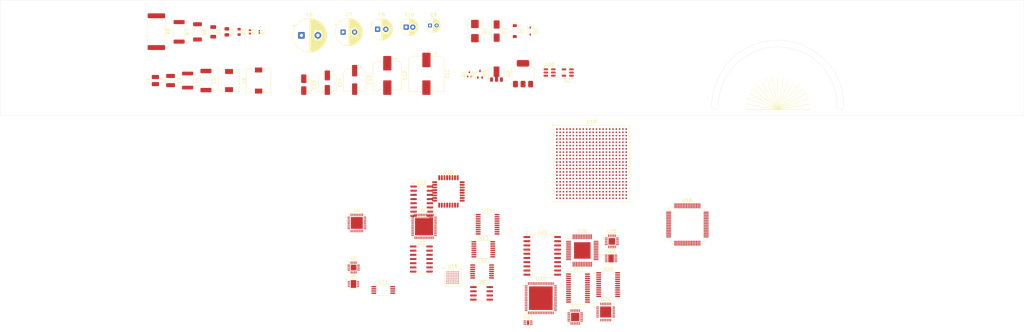
<source format=kicad_pcb>
(kicad_pcb (version 20241229) (generator "pcbnew") (generator_version "9.0")
  (layers (0 "F.Cu" signal) (2 "B.Cu" signal) (13 "F.Paste" user) (15 "B.Paste" user) (5 "F.SilkS" user "F.Silkscreen") (7 "B.SilkS" user "B.Silkscreen") (1 "F.Mask" user) (3 "B.Mask" user) (25 "Edge.Cuts" user))
  (net 0 "")
  (net 44 "Net-(U4-V--Pad6)")
  (net 73 "Net-(U6-AGND-Pad18)")
  (net 140 "Net-(U11-GND-Pad1)")
  (net 164 "Net-(U14-IS--Pad1)")
  (net 169 "Net-(U14-IS+-Pad18)")
  (net 171 "Net-(U14-GND-Pad15)")
  (net 223 "Net-(U16-AGND-Pad2)")
  (net 233 "Net-(U16-REFGND-Pad43)")
  (net 271 "Net-(U17A-VA--Pad15)")
  (net 279 "Net-(U17A-VA+-Pad10)")
  (net 290 "Net-(U18-VSS-PadC2)")
  (net 350 "Net-(U19F-VDD-PadAA17)")
  (net 355 "Net-(U19F-VSS-PadA1)")
  (net 367 "Net-(U19F-DDR_VDDQ-PadG7)")
  (net 393 "Net-(U19F-DDR_VDDPLL-PadL9)")
  (net 457 "Net-(U19F-IVDD-PadK16)")
  (net 522 "Net-(U19F-IVSS-PadK15)")
  (net 723 "Net-(U7-GND-Pad20)")
  (net 743 "Net-(U21-V--Pad3)")
  (net 749 "Net-(U22-REFLA-Pad5)")
  (net 752 "Net-(U22-OGND-Pad31)")
  (net 757 "Net-(U22-REFLB-Pad11)")
  (net 759 "Net-(U22-GND-Pad17)")
  (net 760 "Net-(U22-REFHB-Pad13)")
  (net 762 "Net-(U22-REFHA-Pad3)")
  (net 812 "Net-(U24-AGND-Pad19)")
  (net 840 "Net-(U25-VSS-Pad1)")
  (net 855 "Net-(U26-GND-Pad48)")
  (net 892 "Net-(U26-PGND-Pad12)")
  (footprint "Capacitor_THT:CP_Radial_D5.0mm_P2.00mm" (layer "F.Cu") (at 171.431446 76.55)
    (property "Reference" "C10")
    (property "Value" "5")
  )
  (footprint "Package_TO_SOT_SMD:SOT-323_SC-70" (layer "F.Cu") (at 193.775 90.825 90)
    (property "Reference" "D5")
    (property "Value" "BAS16W")
  )
  (footprint "Package_TO_SOT_SMD:SOT-89-3" (layer "F.Cu") (at 198.775 90.5 90)
    (property "Reference" "U3")
    (property "Value" "LM317L_SOT-89")
  )
  (footprint "Capacitor_THT:CP_Radial_D10.0mm_P5.00mm" (layer "F.Cu") (at 139.71061 79.05)
    (property "Reference" "C6")
    (property "Value" "10")
  )
  (footprint "Package_QFP:TQFP-48-1EP_7x7mm_P0.5mm_EP5x5mm" (layer "F.Cu") (at 224.75 144.275)
    (property "Reference" "U26")
    (property "Value" "IS31FL3733-TQ")
  )
  (footprint "Inductor_SMD:L_1812_4532Metric" (layer "F.Cu") (at 105.272 92.75 90)
    (property "Reference" "L3")
    (property "Value" "1812")
  )
  (footprint "Package_TO_SOT_SMD:SOT-223-3_TabPin2" (layer "F.Cu") (at 206.8125 90.675 90)
    (property "Reference" "U2")
    (property "Value" "LM317_SOT-223")
  )
  (footprint "Resistor_SMD:R_0603_1608Metric" (layer "F.Cu") (at 120.856429 77.9875 -90)
    (property "Reference" "R3")
    (property "Value" "0603")
  )
  (footprint "Package_SO:SOIC-16_3.9x9.9mm_P1.27mm" (layer "F.Cu") (at 176.15 129.325)
    (property "Reference" "U10")
    (property "Value" "IRS2092S")
  )
  (footprint "Package_DFN_QFN:HVQFN-24-1EP_4x4mm_P0.5mm_EP2.5x2.5mm" (layer "F.Cu") (at 222.605 164.445)
    (property "Reference" "U7")
    (property "Value" "iC-HTG")
  )
  (footprint "Capacitor_THT:CP_Radial_D4.0mm_P2.00mm" (layer "F.Cu") (at 178.653287 76.05)
    (property "Reference" "C9")
    (property "Value" "4")
  )
  (footprint "Inductor_SMD:L_2512_6332Metric" (layer "F.Cu") (at 110.808 92.75 90)
    (property "Reference" "L4")
    (property "Value" "2512")
  )
  (footprint "Package_DFN_QFN:QFN-20-1EP_3.5x3.5mm_P0.5mm_EP2x2mm" (layer "F.Cu") (at 233.705 141.505)
    (property "Reference" "U25")
    (property "Value" "BQ25570")
  )
  (footprint "Capacitor_SMD:CP_Elec_6.3x5.9" (layer "F.Cu") (at 155.8375 92.55 -90)
    (property "Reference" "C13")
    (property "Value" "6")
  )
  (footprint "Inductor_SMD:L_1210_3225Metric" (layer "F.Cu") (at 100.086 92.75 90)
    (property "Reference" "L2")
    (property "Value" "1210")
  )
  (footprint "Package_SO:SOIC-20W_7.5x12.8mm_P1.27mm" (layer "F.Cu") (at 212.62 145.91)
    (property "Reference" "U29")
    (property "Value" "AD630ARZ")
  )
  (footprint "Package_TO_SOT_SMD:SOT-523" (layer "F.Cu") (at 190.55 90.875 90)
    (property "Reference" "Q1")
    (property "Value" "DMG1012T")
  )
  (footprint "Resistor_SMD:R_2010_5025Metric" (layer "F.Cu") (at 108.238571 77.9875 -90)
    (property "Reference" "R6")
    (property "Value" "2010")
  )
  (footprint "Resistor_SMD:R_2512_6332Metric" (layer "F.Cu") (at 102.679286 77.9875 -90)
    (property "Reference" "R7")
    (property "Value" "2512")
  )
  (footprint "Capacitor_THT:CP_Radial_D8.0mm_P3.50mm" (layer "F.Cu") (at 152.322349 78.05)
    (property "Reference" "C7")
    (property "Value" "8")
  )
  (footprint "Package_QFP:TQFP-32_7x7mm_P0.8mm" (layer "F.Cu") (at 184.2175 126.375)
    (property "Reference" "U15")
    (property "Value" "ATmega8U2-A")
  )
  (footprint "Package_TO_SOT_SMD:SOT-23-6" (layer "F.Cu") (at 214.85 90.3125)
    (property "Reference" "U20")
    (property "Value" "INA181")
  )
  (footprint "Diode_SMD:D_SOD-323" (layer "F.Cu") (at 209.008333 77.75 -90)
    (property "Reference" "D2")
    (property "Value" "1N4148WS")
  )
  (footprint "Package_QFP:LQFP-64_10x10mm_P0.5mm" (layer "F.Cu") (at 256.575 136.4)
    (property "Reference" "U16")
    (property "Value" "AD7606")
  )
  (footprint "Capacitor_SMD:CP_Elec_4x5.3" (layer "F.Cu") (at 140.425 94 -90)
    (property "Reference" "C15")
    (property "Value" "4")
  )
  (footprint "Capacitor_SMD:CP_Elec_10x10.5" (layer "F.Cu") (at 177.55 90.7 -90)
    (property "Reference" "C11")
    (property "Value" "10")
  )
  (footprint "Inductor_SMD:L_6.3x6.3_H3" (layer "F.Cu") (at 117.794 92.75 90)
    (property "Reference" "L5")
    (property "Value" "6.3x6.3")
  )
  (footprint "Capacitor_THT:CP_Radial_D6.3mm_P2.50mm" (layer "F.Cu") (at 162.77463 77.2)
    (property "Reference" "C8")
    (property "Value" "6")
  )
  (footprint "Package_SO:TSSOP-28_4.4x9.7mm_P0.65mm" (layer "F.Cu") (at 223.45 155.67)
    (property "Reference" "U27")
    (property "Value" "PCA9685PW")
  )
  (footprint "Resistor_SMD:R_0402_1005Metric" (layer "F.Cu") (at 124.105714 77.9875 -90)
    (property "Reference" "R2")
    (property "Value" "0402")
  )
  (footprint "Package_DFN_QFN:QFN-48-1EP_7x7mm_P0.5mm_EP5.45x5.45mm" (layer "F.Cu") (at 176.8325 136.955)
    (property "Reference" "U17")
    (property "Value" "THAT6261")
  )
  (footprint "Package_BGA:BGA-484_23.0x23.0mm_Layout22x22_P1.0mm" (layer "F.Cu") (at 227.55 117.95)
    (property "Reference" "U19")
    (property "Value" "FU540-C000")
  )
  (footprint "Package_SO:TSSOP-14_4.4x5mm_P0.65mm" (layer "F.Cu") (at 194.4075 150.65)
    (property "Reference" "U12")
    (property "Value" "74AHCV17APW")
  )
  (footprint "Inductor_SMD:L_7.3x7.3_H4.5" (layer "F.Cu") (at 126.75 92.75 90)
    (property "Reference" "L6")
    (property "Value" "7.3x7.3")
  )
  (footprint "Resistor_SMD:R_1206_3216Metric" (layer "F.Cu") (at 112.997857 77.9875 -90)
    (property "Reference" "R5")
    (property "Value" "1206")
  )
  (footprint "Diode_SMD:D_SOD-123" (layer "F.Cu") (at 204.316666 77.75 -90)
    (property "Reference" "D1")
    (property "Value" "1N4148W")
  )
  (footprint "Package_DFN_QFN:QFN-28-1EP_5x5mm_P0.5mm_EP3.35x3.35mm" (layer "F.Cu") (at 231.825 162.925)
    (property "Reference" "U24")
    (property "Value" "WM8731CLSEFL")
  )
  (footprint "Package_DFN_QFN:QFN-32-1EP_5x5mm_P0.5mm_EP3.6x3.6mm" (layer "F.Cu") (at 156.4925 135.925)
    (property "Reference" "U6")
    (property "Value" "CS4265")
  )
  (footprint "Package_DFN_QFN:DFN-10-1EP_3x3mm_P0.5mm_EP1.65x2.38mm" (layer "F.Cu") (at 233.455 146.685)
    (property "Reference" "U23")
    (property "Value" "LTC6269xDD")
  )
  (footprint "Capacitor_SMD:CP_Elec_5x5.7" (layer "F.Cu") (at 147.55625 93.4 -90)
    (property "Reference" "C14")
    (property "Value" "5")
  )
  (footprint "Package_DFN_QFN:QFN-64-1EP_9x9mm_P0.5mm_EP7.15x7.15mm" (layer "F.Cu") (at 212.195 158.735)
    (property "Reference" "U22")
    (property "Value" "LTC2294xUP")
  )
  (footprint "Package_TO_SOT_SMD:SOT-23-5" (layer "F.Cu") (at 220.3375 90.325 180)
    (property "Reference" "U1")
    (property "Value" "LP2985-1.8")
  )
  (footprint "Diode_SMD:D_SMA" (layer "F.Cu") (at 198.825 77.75 -90)
    (property "Reference" "D3")
    (property "Value" "SMAJ5.0A")
  )
  (footprint "Diode_SMD:D_SMB" (layer "F.Cu") (at 192.233333 77.75 -90)
    (property "Reference" "D4")
    (property "Value" "Z2SMBxxx")
  )
  (footprint "Package_SO:TSSOP-20_4.4x6.5mm_P0.65mm" (layer "F.Cu") (at 196.0825 136.325)
    (property "Reference" "U14")
    (property "Value" "INA253")
  )
  (footprint "Resistor_SMD:R_0805_2012Metric" (layer "F.Cu") (at 117.127143 77.9875 -90)
    (property "Reference" "R4")
    (property "Value" "0805")
  )
  (footprint "Package_DFN_QFN:QFN-16-1EP_3x3mm_P0.5mm_EP1.7x1.7mm" (layer "F.Cu") (at 155.5225 149.455)
    (property "Reference" "U5")
    (property "Value" "PAM8908")
  )
  (footprint "Package_SO:TSSOP-8_4.4x3mm_P0.65mm" (layer "F.Cu") (at 164.4875 156.24)
    (property "Reference" "U11")
    (property "Value" "INA240A1PW")
  )
  (footprint "Package_SO:SOIC-8_3.9x4.9mm_P1.27mm" (layer "F.Cu") (at 194.2575 157.28)
    (property "Reference" "U8")
    (property "Value" "SN65HVD255D")
  )
  (footprint "Package_BGA:UFBGA-64_5x5mm_Layout8x8_P0.5mm" (layer "F.Cu") (at 185.5075 152.495)
    (property "Reference" "U18")
    (property "Value" "STM32F072RBIx")
  )
  (footprint "Package_SO:SOIC-14_3.9x8.7mm_P1.27mm" (layer "F.Cu") (at 176.0275 146.87)
    (property "Reference" "U9")
    (property "Value" "74HC4024")
  )
  (footprint "Inductor_SMD:L_1008_2520Metric" (layer "F.Cu") (at 95.5 92.75 90)
    (property "Reference" "L1")
    (property "Value" "1008")
  )
  (footprint "Resistor_SMD:R_4020_10251Metric" (layer "F.Cu") (at 95.8 77.925 -90)
    (property "Reference" "R8")
    (property "Value" "4020")
  )
  (footprint "Package_SO:TSSOP-16_4.4x5mm_P0.65mm" (layer "F.Cu") (at 194.7825 143.915)
    (property "Reference" "U13")
    (property "Value" "XPT2046TS")
  )
  (footprint "Package_SO:TSSOP-24_4.4x7.8mm_P0.65mm" (layer "F.Cu") (at 232.575 154.625)
    (property "Reference" "U28")
    (property "Value" "SN74CB3Q3384APW")
  )
  (footprint "Capacitor_SMD:CP_Elec_8x10.5" (layer "F.Cu") (at 165.71875 91.2 -90)
    (property "Reference" "C12")
    (property "Value" "8")
  )
  (footprint "Package_DFN_QFN:DFN-6-1EP_2x2mm_P0.5mm_EP0.6x1.37mm" (layer "F.Cu") (at 208.32 166.165)
    (property "Reference" "U21")
    (property "Value" "LTC6226xDC")
  )
  (footprint "Package_DFN_QFN:DFN-8-1EP_3x3mm_P0.5mm_EP1.66x2.38mm" (layer "F.Cu") (at 155.4725 154.435)
    (property "Reference" "U4")
    (property "Value" "LTC6362xDD")
  )
  (footprint "Resistor_SMD:R_0201_0603Metric" (layer "F.Cu") (at 126.975 77.9875 -90)
    (property "Reference" "R1")
    (property "Value" "0201")
  )
  (gr_line (start 283.95 101.55) (end 293.825 99.8) (stroke (width 0.1)) (layer "F.SilkS"))
  (gr_line (start 283.95 101.55) (end 291.625 95.1) (stroke (width 0.1)) (layer "F.SilkS"))
  (gr_line (start 283.95 101.55) (end 283.95 91.55) (stroke (width 0.1)) (layer "F.SilkS"))
  (gr_line (start 283.95 101.55) (end 285.7 91.675) (stroke (width 0.1)) (layer "F.SilkS"))
  (gr_line (start 283.95 101.55) (end 293.35 98.125) (stroke (width 0.1)) (layer "F.SilkS"))
  (gr_line (start 283.95 101.55) (end 288.95 92.875) (stroke (width 0.1)) (layer "F.SilkS"))
  (gr_line (start 283.95 101.55) (end 277.5 93.875) (stroke (width 0.1)) (layer "F.SilkS"))
  (gr_line (start 283.95 101.55) (end 292.625 96.55) (stroke (width 0.1)) (layer "F.SilkS"))
  (gr_line (start 283.95 101.55) (end 274.55 98.125) (stroke (width 0.1)) (layer "F.SilkS"))
  (gr_line (start 283.95 101.55) (end 276.275 95.1) (stroke (width 0.1)) (layer "F.SilkS"))
  (gr_line (start 283.95 101.55) (end 278.95 92.875) (stroke (width 0.1)) (layer "F.SilkS"))
  (gr_line (start 283.95 101.55) (end 293.95 101.55) (stroke (width 0.1)) (layer "F.SilkS"))
  (gr_line (start 283.95 101.55) (end 287.375 92.15) (stroke (width 0.1)) (layer "F.SilkS"))
  (gr_line (start 283.95 101.55) (end 273.95 101.55) (stroke (width 0.1)) (layer "F.SilkS"))
  (gr_line (start 283.95 101.55) (end 280.525 92.15) (stroke (width 0.1)) (layer "F.SilkS"))
  (gr_line (start 283.95 101.55) (end 275.275 96.55) (stroke (width 0.1)) (layer "F.SilkS"))
  (gr_line (start 283.95 101.55) (end 282.2 91.675) (stroke (width 0.1)) (layer "F.SilkS"))
  (gr_line (start 283.95 101.55) (end 274.075 99.8) (stroke (width 0.1)) (layer "F.SilkS"))
  (gr_line (start 283.95 101.55) (end 290.4 93.875) (stroke (width 0.1)) (layer "F.SilkS"))
  (gr_arc (start 265.95 100.525) (mid 264.95 101.525) (end 263.95 100.525) (stroke (width 0.05)) (layer "Edge.Cuts"))
  (gr_arc (start 263.95 100.525) (mid 283.95 80.525) (end 303.95 100.525) (stroke (width 0.05)) (layer "Edge.Cuts"))
  (gr_arc (start 303.95 100.525) (mid 302.95 101.525) (end 301.95 100.525) (stroke (width 0.05)) (layer "Edge.Cuts"))
  (gr_arc (start 265.95 100.525) (mid 283.95 82.525) (end 301.95 100.525) (stroke (width 0.05)) (layer "Edge.Cuts"))
  (gr_rect (start 48.475 68.35) (end 358.475 103.35) (stroke (width 0.05)) (fill no) (layer "Edge.Cuts"))
)
</source>
